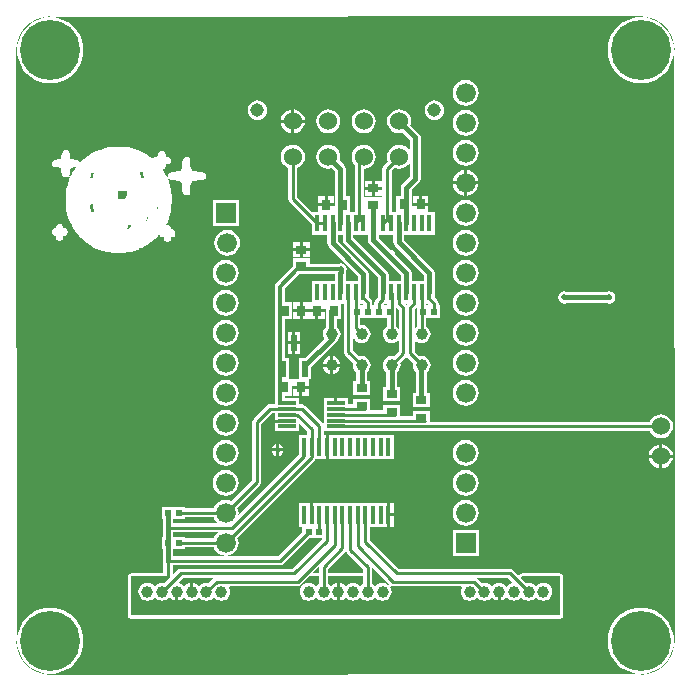
<source format=gtl>
G04*
G04 #@! TF.GenerationSoftware,Altium Limited,CircuitStudio,1.5.2 (30)*
G04*
G04 Layer_Physical_Order=1*
G04 Layer_Color=11767835*
%FSLAX25Y25*%
%MOIN*%
G70*
G01*
G75*
%ADD10R,0.02165X0.02165*%
%ADD11R,0.03150X0.03543*%
%ADD12R,0.03543X0.02756*%
%ADD13R,0.03543X0.03150*%
%ADD14R,0.02200X0.05200*%
%ADD15R,0.02000X0.05200*%
%ADD16R,0.01400X0.05800*%
%ADD17R,0.05900X0.01200*%
%ADD18R,0.01614X0.06181*%
%ADD19C,0.01200*%
%ADD20C,0.01500*%
%ADD21C,0.01000*%
%ADD22C,0.06000*%
%ADD23C,0.20000*%
%ADD24C,0.04500*%
%ADD25C,0.03937*%
%ADD26C,0.06600*%
%ADD27R,0.06600X0.06600*%
%ADD28C,0.02000*%
G36*
X1106857Y840596D02*
X1108572Y840185D01*
X1110200Y839510D01*
X1111703Y838589D01*
X1113044Y837444D01*
X1114189Y836104D01*
X1115110Y834600D01*
X1115785Y832972D01*
X1116196Y831258D01*
X1116335Y829500D01*
X1116300D01*
X1116335Y632600D01*
X1116196Y630842D01*
X1115785Y629128D01*
X1115110Y627500D01*
X1114189Y625996D01*
X1113044Y624656D01*
X1111703Y623511D01*
X1110200Y622590D01*
X1108572Y621915D01*
X1106857Y621504D01*
X1105100Y621365D01*
Y621400D01*
X908200Y621365D01*
X906443Y621504D01*
X904728Y621915D01*
X903100Y622590D01*
X901597Y623511D01*
X900256Y624656D01*
X899111Y625996D01*
X898190Y627500D01*
X897515Y629128D01*
X897104Y630842D01*
X896965Y632600D01*
X897000D01*
X896965Y829500D01*
X897104Y831258D01*
X897515Y832972D01*
X898190Y834600D01*
X899111Y836104D01*
X900256Y837444D01*
X901597Y838589D01*
X903100Y839510D01*
X904728Y840185D01*
X906443Y840596D01*
X908200Y840735D01*
Y840700D01*
X1105100Y840735D01*
X1106857Y840596D01*
D02*
G37*
%LPC*%
G36*
X999719Y742150D02*
X997644D01*
Y739878D01*
X999719D01*
Y742150D01*
D02*
G37*
G36*
X996644D02*
X994569D01*
Y739878D01*
X996644D01*
Y742150D01*
D02*
G37*
G36*
X966700Y749587D02*
X965578Y749439D01*
X964532Y749006D01*
X963633Y748317D01*
X962944Y747418D01*
X962511Y746373D01*
X962363Y745250D01*
X962511Y744128D01*
X962944Y743081D01*
X963633Y742183D01*
X964532Y741494D01*
X965578Y741061D01*
X966700Y740913D01*
X967822Y741061D01*
X968869Y741494D01*
X969767Y742183D01*
X970456Y743081D01*
X970889Y744128D01*
X971037Y745250D01*
X970889Y746373D01*
X970456Y747418D01*
X969767Y748317D01*
X968869Y749006D01*
X967822Y749439D01*
X966700Y749587D01*
D02*
G37*
G36*
X991356Y745422D02*
X989281D01*
Y743150D01*
X991356D01*
Y745422D01*
D02*
G37*
G36*
X1046700Y749587D02*
X1045578Y749439D01*
X1044532Y749006D01*
X1043633Y748317D01*
X1042944Y747418D01*
X1042511Y746373D01*
X1042363Y745250D01*
X1042511Y744128D01*
X1042944Y743081D01*
X1043633Y742183D01*
X1044532Y741494D01*
X1045578Y741061D01*
X1046700Y740913D01*
X1047822Y741061D01*
X1048868Y741494D01*
X1049767Y742183D01*
X1050456Y743081D01*
X1050889Y744128D01*
X1051037Y745250D01*
X1050889Y746373D01*
X1050456Y747418D01*
X1049767Y748317D01*
X1048868Y749006D01*
X1047822Y749439D01*
X1046700Y749587D01*
D02*
G37*
G36*
X1111250Y693600D02*
X1107781D01*
X1107853Y693056D01*
X1108256Y692083D01*
X1108897Y691247D01*
X1109733Y690606D01*
X1110706Y690203D01*
X1111250Y690131D01*
Y693600D01*
D02*
G37*
G36*
X1115719D02*
X1112250D01*
Y690131D01*
X1112794Y690203D01*
X1113767Y690606D01*
X1114603Y691247D01*
X1115244Y692083D01*
X1115647Y693056D01*
X1115719Y693600D01*
D02*
G37*
G36*
X1046700Y689587D02*
X1045578Y689439D01*
X1044532Y689006D01*
X1043633Y688317D01*
X1042944Y687419D01*
X1042511Y686373D01*
X1042363Y685250D01*
X1042511Y684128D01*
X1042944Y683081D01*
X1043633Y682183D01*
X1044532Y681494D01*
X1045578Y681061D01*
X1046700Y680913D01*
X1047822Y681061D01*
X1048868Y681494D01*
X1049767Y682183D01*
X1050456Y683081D01*
X1050889Y684128D01*
X1051037Y685250D01*
X1050889Y686373D01*
X1050456Y687419D01*
X1049767Y688317D01*
X1048868Y689006D01*
X1047822Y689439D01*
X1046700Y689587D01*
D02*
G37*
G36*
X994431Y742150D02*
X992356D01*
Y739878D01*
X994431D01*
Y742150D01*
D02*
G37*
G36*
X991356D02*
X989281D01*
Y739878D01*
X991356D01*
Y742150D01*
D02*
G37*
G36*
X994431Y745422D02*
X992356D01*
Y743150D01*
X994431D01*
Y745422D01*
D02*
G37*
G36*
X1022772Y674051D02*
X1021465D01*
Y670460D01*
X1022772D01*
Y674051D01*
D02*
G37*
G36*
X1046700Y759587D02*
X1045578Y759439D01*
X1044532Y759006D01*
X1043633Y758317D01*
X1042944Y757418D01*
X1042511Y756372D01*
X1042363Y755250D01*
X1042511Y754128D01*
X1042944Y753081D01*
X1043633Y752183D01*
X1044532Y751494D01*
X1045578Y751061D01*
X1046700Y750913D01*
X1047822Y751061D01*
X1048868Y751494D01*
X1049767Y752183D01*
X1050456Y753081D01*
X1050889Y754128D01*
X1051037Y755250D01*
X1050889Y756372D01*
X1050456Y757418D01*
X1049767Y758317D01*
X1048868Y759006D01*
X1047822Y759439D01*
X1046700Y759587D01*
D02*
G37*
G36*
X991400Y762518D02*
X989128D01*
Y760443D01*
X991400D01*
Y762518D01*
D02*
G37*
G36*
X967200Y769587D02*
X966078Y769439D01*
X965032Y769006D01*
X964133Y768317D01*
X963444Y767418D01*
X963011Y766372D01*
X962863Y765250D01*
X963011Y764127D01*
X963444Y763081D01*
X964133Y762183D01*
X965032Y761494D01*
X966078Y761061D01*
X967200Y760913D01*
X968322Y761061D01*
X969368Y761494D01*
X970267Y762183D01*
X970956Y763081D01*
X971389Y764127D01*
X971537Y765250D01*
X971389Y766372D01*
X970956Y767418D01*
X970267Y768317D01*
X969368Y769006D01*
X968322Y769439D01*
X967200Y769587D01*
D02*
G37*
G36*
X994672Y762518D02*
X992400D01*
Y760443D01*
X994672D01*
Y762518D01*
D02*
G37*
G36*
X1022772Y678641D02*
X1021465D01*
Y675051D01*
X1022772D01*
Y678641D01*
D02*
G37*
G36*
X966700Y689587D02*
X965578Y689439D01*
X964532Y689006D01*
X963633Y688317D01*
X962944Y687419D01*
X962511Y686373D01*
X962363Y685250D01*
X962511Y684128D01*
X962944Y683081D01*
X963633Y682183D01*
X964532Y681494D01*
X965578Y681061D01*
X966700Y680913D01*
X967822Y681061D01*
X968869Y681494D01*
X969767Y682183D01*
X970456Y683081D01*
X970889Y684128D01*
X971037Y685250D01*
X970889Y686373D01*
X970456Y687419D01*
X969767Y688317D01*
X968869Y689006D01*
X967822Y689439D01*
X966700Y689587D01*
D02*
G37*
G36*
X1046700Y679587D02*
X1045578Y679439D01*
X1044532Y679006D01*
X1043633Y678317D01*
X1042944Y677419D01*
X1042511Y676372D01*
X1042363Y675250D01*
X1042511Y674127D01*
X1042944Y673081D01*
X1043633Y672183D01*
X1044532Y671494D01*
X1045578Y671061D01*
X1046700Y670913D01*
X1047822Y671061D01*
X1048868Y671494D01*
X1049767Y672183D01*
X1050456Y673081D01*
X1050889Y674127D01*
X1051037Y675250D01*
X1050889Y676372D01*
X1050456Y677419D01*
X1049767Y678317D01*
X1048868Y679006D01*
X1047822Y679439D01*
X1046700Y679587D01*
D02*
G37*
G36*
X966700Y759587D02*
X965578Y759439D01*
X964532Y759006D01*
X963633Y758317D01*
X962944Y757418D01*
X962511Y756372D01*
X962363Y755250D01*
X962511Y754128D01*
X962944Y753081D01*
X963633Y752183D01*
X964532Y751494D01*
X965578Y751061D01*
X966700Y750913D01*
X967822Y751061D01*
X968869Y751494D01*
X969767Y752183D01*
X970456Y753081D01*
X970889Y754128D01*
X971037Y755250D01*
X970889Y756372D01*
X970456Y757418D01*
X969767Y758317D01*
X968869Y759006D01*
X967822Y759439D01*
X966700Y759587D01*
D02*
G37*
G36*
X1094598Y749091D02*
X1093818Y748936D01*
X1093666Y748834D01*
X1080529D01*
X1080380Y748934D01*
X1079600Y749089D01*
X1078820Y748934D01*
X1078158Y748492D01*
X1077716Y747830D01*
X1077561Y747050D01*
X1077716Y746270D01*
X1078158Y745608D01*
X1078820Y745166D01*
X1079600Y745011D01*
X1080380Y745166D01*
X1080529Y745266D01*
X1093672D01*
X1093818Y745168D01*
X1094598Y745013D01*
X1095378Y745168D01*
X1096040Y745610D01*
X1096482Y746272D01*
X1096637Y747052D01*
X1096482Y747832D01*
X1096040Y748494D01*
X1095378Y748936D01*
X1094598Y749091D01*
D02*
G37*
G36*
X991400Y735550D02*
X989900D01*
Y732450D01*
X991400D01*
Y735550D01*
D02*
G37*
G36*
X966700Y719587D02*
X965578Y719439D01*
X964532Y719006D01*
X963633Y718317D01*
X962944Y717418D01*
X962511Y716372D01*
X962363Y715250D01*
X962511Y714127D01*
X962944Y713081D01*
X963633Y712183D01*
X964532Y711494D01*
X965578Y711061D01*
X966700Y710913D01*
X967822Y711061D01*
X968869Y711494D01*
X969767Y712183D01*
X970456Y713081D01*
X970889Y714127D01*
X971037Y715250D01*
X970889Y716372D01*
X970456Y717418D01*
X969767Y718317D01*
X968869Y719006D01*
X967822Y719439D01*
X966700Y719587D01*
D02*
G37*
G36*
Y709587D02*
X965578Y709439D01*
X964532Y709006D01*
X963633Y708317D01*
X962944Y707418D01*
X962511Y706372D01*
X962363Y705250D01*
X962511Y704128D01*
X962944Y703081D01*
X963633Y702183D01*
X964532Y701494D01*
X965578Y701061D01*
X966700Y700913D01*
X967822Y701061D01*
X968869Y701494D01*
X969767Y702183D01*
X970456Y703081D01*
X970889Y704128D01*
X971037Y705250D01*
X970889Y706372D01*
X970456Y707418D01*
X969767Y708317D01*
X968869Y709006D01*
X967822Y709439D01*
X966700Y709587D01*
D02*
G37*
G36*
X1046700Y719587D02*
X1045578Y719439D01*
X1044532Y719006D01*
X1043633Y718317D01*
X1042944Y717418D01*
X1042511Y716372D01*
X1042363Y715250D01*
X1042511Y714127D01*
X1042944Y713081D01*
X1043633Y712183D01*
X1044532Y711494D01*
X1045578Y711061D01*
X1046700Y710913D01*
X1047822Y711061D01*
X1048868Y711494D01*
X1049767Y712183D01*
X1050456Y713081D01*
X1050889Y714127D01*
X1051037Y715250D01*
X1050889Y716372D01*
X1050456Y717418D01*
X1049767Y718317D01*
X1048868Y719006D01*
X1047822Y719439D01*
X1046700Y719587D01*
D02*
G37*
G36*
X994331Y716634D02*
X992256D01*
Y714362D01*
X994331D01*
Y716634D01*
D02*
G37*
G36*
X991256D02*
X989181D01*
Y714362D01*
X991256D01*
Y716634D01*
D02*
G37*
G36*
X1111250Y698069D02*
X1110706Y697997D01*
X1109733Y697594D01*
X1108897Y696953D01*
X1108256Y696117D01*
X1107853Y695144D01*
X1107781Y694600D01*
X1111250D01*
Y698069D01*
D02*
G37*
G36*
X1022772Y701240D02*
X1000993D01*
Y697149D01*
Y693059D01*
X1022772D01*
Y701240D01*
D02*
G37*
G36*
X1112250Y698069D02*
Y694600D01*
X1115719D01*
X1115647Y695144D01*
X1115244Y696117D01*
X1114603Y696953D01*
X1113767Y697594D01*
X1112794Y697997D01*
X1112250Y698069D01*
D02*
G37*
G36*
X966700Y699587D02*
X965578Y699439D01*
X964532Y699006D01*
X963633Y698317D01*
X962944Y697418D01*
X962511Y696373D01*
X962363Y695250D01*
X962511Y694128D01*
X962944Y693081D01*
X963633Y692183D01*
X964532Y691494D01*
X965578Y691061D01*
X966700Y690913D01*
X967822Y691061D01*
X968869Y691494D01*
X969767Y692183D01*
X970456Y693081D01*
X970889Y694128D01*
X971037Y695250D01*
X970889Y696373D01*
X970456Y697418D01*
X969767Y698317D01*
X968869Y699006D01*
X967822Y699439D01*
X966700Y699587D01*
D02*
G37*
G36*
X1046700D02*
X1045578Y699439D01*
X1044532Y699006D01*
X1043633Y698317D01*
X1042944Y697418D01*
X1042511Y696373D01*
X1042363Y695250D01*
X1042511Y694128D01*
X1042944Y693081D01*
X1043633Y692183D01*
X1044532Y691494D01*
X1045578Y691061D01*
X1046700Y690913D01*
X1047822Y691061D01*
X1048868Y691494D01*
X1049767Y692183D01*
X1050456Y693081D01*
X1050889Y694128D01*
X1051037Y695250D01*
X1050889Y696373D01*
X1050456Y697418D01*
X1049767Y698317D01*
X1048868Y699006D01*
X1047822Y699439D01*
X1046700Y699587D01*
D02*
G37*
G36*
X966700Y729587D02*
X965578Y729439D01*
X964532Y729006D01*
X963633Y728317D01*
X962944Y727419D01*
X962511Y726372D01*
X962363Y725250D01*
X962511Y724127D01*
X962944Y723081D01*
X963633Y722183D01*
X964532Y721494D01*
X965578Y721061D01*
X966700Y720913D01*
X967822Y721061D01*
X968869Y721494D01*
X969767Y722183D01*
X970456Y723081D01*
X970889Y724127D01*
X971037Y725250D01*
X970889Y726372D01*
X970456Y727419D01*
X969767Y728317D01*
X968869Y729006D01*
X967822Y729439D01*
X966700Y729587D01*
D02*
G37*
G36*
X991400Y731450D02*
X989900D01*
Y728350D01*
X991400D01*
Y731450D01*
D02*
G37*
G36*
X988900D02*
X987400D01*
Y728350D01*
X988900D01*
Y731450D01*
D02*
G37*
G36*
X966700Y739587D02*
X965578Y739439D01*
X964532Y739006D01*
X963633Y738317D01*
X962944Y737419D01*
X962511Y736373D01*
X962363Y735250D01*
X962511Y734128D01*
X962944Y733081D01*
X963633Y732183D01*
X964532Y731494D01*
X965578Y731061D01*
X966700Y730913D01*
X967822Y731061D01*
X968869Y731494D01*
X969767Y732183D01*
X970456Y733081D01*
X970889Y734128D01*
X971037Y735250D01*
X970889Y736373D01*
X970456Y737419D01*
X969767Y738317D01*
X968869Y739006D01*
X967822Y739439D01*
X966700Y739587D01*
D02*
G37*
G36*
X988900Y735550D02*
X987400D01*
Y732450D01*
X988900D01*
Y735550D01*
D02*
G37*
G36*
X1046700Y739587D02*
X1045578Y739439D01*
X1044532Y739006D01*
X1043633Y738317D01*
X1042944Y737419D01*
X1042511Y736373D01*
X1042363Y735250D01*
X1042511Y734128D01*
X1042944Y733081D01*
X1043633Y732183D01*
X1044532Y731494D01*
X1045578Y731061D01*
X1046700Y730913D01*
X1047822Y731061D01*
X1048868Y731494D01*
X1049767Y732183D01*
X1050456Y733081D01*
X1050889Y734128D01*
X1051037Y735250D01*
X1050889Y736373D01*
X1050456Y737419D01*
X1049767Y738317D01*
X1048868Y739006D01*
X1047822Y739439D01*
X1046700Y739587D01*
D02*
G37*
G36*
X1001516Y724000D02*
X999088D01*
X999124Y723725D01*
X999424Y723003D01*
X999899Y722383D01*
X1000519Y721907D01*
X1001241Y721608D01*
X1001516Y721572D01*
Y724000D01*
D02*
G37*
G36*
X1046700Y729587D02*
X1045578Y729439D01*
X1044532Y729006D01*
X1043633Y728317D01*
X1042944Y727419D01*
X1042511Y726372D01*
X1042363Y725250D01*
X1042511Y724127D01*
X1042944Y723081D01*
X1043633Y722183D01*
X1044532Y721494D01*
X1045578Y721061D01*
X1046700Y720913D01*
X1047822Y721061D01*
X1048868Y721494D01*
X1049767Y722183D01*
X1050456Y723081D01*
X1050889Y724127D01*
X1051037Y725250D01*
X1050889Y726372D01*
X1050456Y727419D01*
X1049767Y728317D01*
X1048868Y729006D01*
X1047822Y729439D01*
X1046700Y729587D01*
D02*
G37*
G36*
X1004945Y724000D02*
X1002516D01*
Y721572D01*
X1002791Y721608D01*
X1003514Y721907D01*
X1004134Y722383D01*
X1004609Y723003D01*
X1004908Y723725D01*
X1004945Y724000D01*
D02*
G37*
G36*
X1002516Y727428D02*
Y725000D01*
X1004945D01*
X1004908Y725275D01*
X1004609Y725997D01*
X1004134Y726617D01*
X1003514Y727093D01*
X1002791Y727392D01*
X1002516Y727428D01*
D02*
G37*
G36*
X1001516D02*
X1001241Y727392D01*
X1000519Y727093D01*
X999899Y726617D01*
X999424Y725997D01*
X999124Y725275D01*
X999088Y725000D01*
X1001516D01*
Y727428D01*
D02*
G37*
G36*
X1046700Y769587D02*
X1045578Y769439D01*
X1044532Y769006D01*
X1043633Y768317D01*
X1042944Y767418D01*
X1042511Y766372D01*
X1042363Y765250D01*
X1042511Y764127D01*
X1042944Y763081D01*
X1043633Y762183D01*
X1044532Y761494D01*
X1045578Y761061D01*
X1046700Y760913D01*
X1047822Y761061D01*
X1048868Y761494D01*
X1049767Y762183D01*
X1050456Y763081D01*
X1050889Y764127D01*
X1051037Y765250D01*
X1050889Y766372D01*
X1050456Y767418D01*
X1049767Y768317D01*
X1048868Y769006D01*
X1047822Y769439D01*
X1046700Y769587D01*
D02*
G37*
G36*
X933978Y797353D02*
X927778D01*
X927388Y797275D01*
X927057Y797054D01*
X927026Y797008D01*
X926400D01*
X926010Y796931D01*
X925679Y796709D01*
X925639Y796649D01*
X925321Y796586D01*
X924990Y796365D01*
X924960Y796319D01*
X924678D01*
X924288Y796242D01*
X923957Y796021D01*
X923926Y795975D01*
X923645D01*
X923254Y795897D01*
X922924Y795676D01*
X922883Y795616D01*
X922565Y795553D01*
X922235Y795332D01*
X922194Y795271D01*
X921877Y795208D01*
X921546Y794987D01*
X921408Y794781D01*
X921247Y794673D01*
X921201Y794643D01*
X921063Y794436D01*
X920857Y794298D01*
X920817Y794238D01*
X920499Y794175D01*
X920168Y793954D01*
X920030Y793748D01*
X919824Y793610D01*
X919686Y793403D01*
X919479Y793265D01*
X919439Y793205D01*
X919121Y793142D01*
X918790Y792921D01*
X918652Y792714D01*
X918446Y792576D01*
X918308Y792370D01*
X918101Y792232D01*
X918058Y792167D01*
X918042Y792245D01*
X917821Y792576D01*
X917490Y792797D01*
X917100Y792875D01*
X916474D01*
X916443Y792921D01*
X916113Y793142D01*
X915722Y793219D01*
X915096D01*
X915066Y793265D01*
X915005Y793305D01*
X914942Y793623D01*
X914721Y793954D01*
X914675Y793985D01*
Y794266D01*
Y794611D01*
Y794955D01*
Y795300D01*
X914598Y795690D01*
X914377Y796021D01*
X914046Y796242D01*
X913656Y796319D01*
X913311D01*
X912921Y796242D01*
X912590Y796021D01*
X912369Y795690D01*
X912306Y795372D01*
X912246Y795332D01*
X912025Y795001D01*
X911947Y794611D01*
Y794266D01*
Y793922D01*
Y793577D01*
Y793296D01*
X911902Y793265D01*
X911871Y793219D01*
X910900D01*
X910510Y793142D01*
X910179Y792921D01*
X910149Y792875D01*
X909867D01*
X909477Y792797D01*
X909146Y792576D01*
X908925Y792245D01*
X908847Y791855D01*
Y791511D01*
X908925Y791121D01*
X909146Y790790D01*
X909477Y790569D01*
X909867Y790491D01*
X911182D01*
X911213Y790445D01*
X911543Y790224D01*
X911861Y790161D01*
X911902Y790101D01*
X911947Y790070D01*
Y789789D01*
Y789444D01*
Y789100D01*
Y788755D01*
X912025Y788365D01*
X912246Y788034D01*
X912306Y787994D01*
X912369Y787676D01*
X912590Y787346D01*
X912921Y787124D01*
X913311Y787047D01*
X913656D01*
X914046Y787124D01*
X914377Y787346D01*
X914598Y787676D01*
X914675Y788066D01*
Y788411D01*
Y788755D01*
Y789100D01*
Y789382D01*
X914721Y789412D01*
X914942Y789743D01*
X914951Y789789D01*
X915005Y790061D01*
X915066Y790101D01*
X915106Y790161D01*
X915424Y790224D01*
X915755Y790445D01*
X915785Y790491D01*
X916711D01*
X916503Y790179D01*
X916459Y789959D01*
X916439Y789861D01*
X916379Y789821D01*
X916241Y789614D01*
X916035Y789476D01*
X915897Y789270D01*
X915690Y789132D01*
X915469Y788801D01*
X915392Y788411D01*
Y788129D01*
X915346Y788098D01*
X915324Y788066D01*
X915208Y787892D01*
X915037Y787778D01*
X915001Y787754D01*
X914781Y787423D01*
X914717Y787105D01*
X914657Y787065D01*
X914436Y786734D01*
X914358Y786344D01*
Y786062D01*
X914313Y786032D01*
X914092Y785701D01*
X914014Y785311D01*
Y784967D01*
Y784622D01*
Y784340D01*
X913968Y784310D01*
X913747Y783979D01*
X913684Y783661D01*
X913624Y783621D01*
X913403Y783290D01*
X913325Y782900D01*
Y782555D01*
Y782211D01*
Y781867D01*
Y781522D01*
Y781178D01*
Y780833D01*
Y780489D01*
Y780144D01*
X913359Y779972D01*
X913325Y779800D01*
Y779456D01*
Y779111D01*
Y778767D01*
Y778422D01*
Y778078D01*
Y777733D01*
Y777389D01*
Y777044D01*
Y776700D01*
Y776356D01*
X913403Y775965D01*
X913624Y775635D01*
X913670Y775604D01*
Y775322D01*
Y774978D01*
X913747Y774588D01*
X913968Y774257D01*
X914014Y774226D01*
Y773945D01*
X914092Y773554D01*
X914313Y773224D01*
X914373Y773183D01*
X914436Y772865D01*
X914657Y772535D01*
X914717Y772495D01*
X914781Y772177D01*
X915001Y771846D01*
X915332Y771625D01*
X915392Y771613D01*
Y771533D01*
Y771189D01*
X915469Y770799D01*
X915690Y770468D01*
X915751Y770428D01*
X915814Y770110D01*
X916035Y769779D01*
X916241Y769641D01*
X916379Y769435D01*
X916439Y769394D01*
X916503Y769077D01*
X916724Y768746D01*
X916930Y768608D01*
X917068Y768401D01*
X917399Y768180D01*
X917513Y768158D01*
X917536Y768043D01*
X917757Y767713D01*
X917964Y767575D01*
X918101Y767368D01*
X918308Y767230D01*
X918446Y767024D01*
X918652Y766886D01*
X918790Y766679D01*
X918997Y766541D01*
X919135Y766335D01*
X919341Y766197D01*
X919479Y765990D01*
X919686Y765852D01*
X919824Y765646D01*
X920154Y765425D01*
X920472Y765362D01*
X920512Y765302D01*
X920719Y765164D01*
X920817Y765017D01*
X920857Y764957D01*
X921188Y764736D01*
X921506Y764673D01*
X921546Y764613D01*
X921752Y764475D01*
X921860Y764314D01*
X921890Y764268D01*
X922221Y764047D01*
X922539Y763984D01*
X922579Y763924D01*
X922910Y763703D01*
X923228Y763639D01*
X923268Y763579D01*
X923599Y763358D01*
X923989Y763281D01*
X924271D01*
X924301Y763235D01*
X924632Y763014D01*
X924950Y762951D01*
X924990Y762890D01*
X925321Y762669D01*
X925711Y762592D01*
X926337D01*
X926368Y762546D01*
X926699Y762325D01*
X927089Y762247D01*
X928404D01*
X928434Y762202D01*
X928765Y761981D01*
X929156Y761903D01*
X932600D01*
X932990Y761981D01*
X933321Y762202D01*
X933351Y762247D01*
X935011D01*
X935401Y762325D01*
X935732Y762546D01*
X935763Y762592D01*
X936044D01*
X936434Y762669D01*
X936765Y762890D01*
X936796Y762936D01*
X937078D01*
X937468Y763014D01*
X937799Y763235D01*
X937936Y763441D01*
X938143Y763579D01*
X938174Y763625D01*
X938455D01*
X938846Y763703D01*
X939176Y763924D01*
X939217Y763984D01*
X939534Y764047D01*
X939865Y764268D01*
X939905Y764328D01*
X940223Y764392D01*
X940554Y764613D01*
X940692Y764819D01*
X940898Y764957D01*
X941036Y765164D01*
X941243Y765302D01*
X941283Y765362D01*
X941601Y765425D01*
X941932Y765646D01*
X942070Y765852D01*
X942276Y765990D01*
X942414Y766197D01*
X942621Y766335D01*
X942661Y766395D01*
X942979Y766458D01*
X943309Y766679D01*
X943384Y766791D01*
X943447Y766886D01*
X943654Y767024D01*
X943792Y767230D01*
X943998Y767368D01*
X944219Y767699D01*
X944283Y768017D01*
X944343Y768057D01*
X944425Y768180D01*
X944481Y768263D01*
X944669Y768389D01*
Y768089D01*
X944746Y767699D01*
X944967Y767368D01*
X945298Y767147D01*
X945689Y767069D01*
X946047D01*
Y767056D01*
Y766711D01*
X946124Y766321D01*
X946345Y765990D01*
X946676Y765769D01*
X947066Y765692D01*
X947411D01*
X947801Y765769D01*
X948132Y765990D01*
X948353Y766321D01*
X948430Y766711D01*
Y767056D01*
Y767069D01*
X948788D01*
X949179Y767147D01*
X949509Y767368D01*
X949730Y767699D01*
X949808Y768089D01*
Y768434D01*
Y768778D01*
X949730Y769168D01*
X949509Y769499D01*
X949179Y769720D01*
X948788Y769798D01*
X948507D01*
X948476Y769843D01*
X948430Y769874D01*
Y770156D01*
X948353Y770546D01*
X948132Y770877D01*
X947801Y771098D01*
X947411Y771175D01*
X947066D01*
X946676Y771098D01*
X946539Y771006D01*
X946630Y771143D01*
X946708Y771533D01*
Y771613D01*
X946768Y771625D01*
X947098Y771846D01*
X947319Y772177D01*
X947397Y772567D01*
Y772849D01*
X947443Y772879D01*
X947664Y773210D01*
X947741Y773600D01*
Y773945D01*
Y774226D01*
X947787Y774257D01*
X948008Y774588D01*
X948086Y774978D01*
Y775260D01*
X948132Y775290D01*
X948353Y775621D01*
X948430Y776011D01*
Y776356D01*
Y776700D01*
Y777044D01*
Y777389D01*
Y777733D01*
Y778015D01*
X948476Y778046D01*
X948697Y778376D01*
X948775Y778767D01*
Y779111D01*
Y779456D01*
X948706Y779800D01*
X948775Y780144D01*
Y780489D01*
Y780833D01*
Y781178D01*
X948697Y781568D01*
X948476Y781899D01*
X948430Y781929D01*
Y782211D01*
Y782555D01*
Y782900D01*
Y783244D01*
X948353Y783635D01*
X948132Y783965D01*
X948071Y784005D01*
X948051Y784105D01*
X948086Y784278D01*
Y784622D01*
X948008Y785012D01*
X947787Y785343D01*
X947741Y785374D01*
Y785655D01*
X947664Y786046D01*
X947443Y786376D01*
X947397Y786407D01*
Y786689D01*
X947319Y787079D01*
X947098Y787410D01*
X946892Y787548D01*
X946754Y787754D01*
X946547Y787892D01*
X946409Y788098D01*
X946364Y788129D01*
Y788411D01*
X946286Y788801D01*
X946065Y789132D01*
X946005Y789172D01*
X945942Y789490D01*
X945728Y789810D01*
X946079Y789880D01*
X946409Y790101D01*
X946630Y790432D01*
X946708Y790822D01*
Y791166D01*
Y791448D01*
X946754Y791479D01*
X946784Y791525D01*
X947411D01*
X947801Y791602D01*
X948132Y791823D01*
X948353Y792154D01*
X948430Y792544D01*
Y792889D01*
X948353Y793279D01*
X948132Y793610D01*
X947801Y793830D01*
X947411Y793908D01*
X947129D01*
X947098Y793954D01*
X946768Y794175D01*
X946708Y794187D01*
Y794266D01*
Y794611D01*
Y794955D01*
X946630Y795345D01*
X946409Y795676D01*
X946079Y795897D01*
X945689Y795975D01*
X945344D01*
X944954Y795897D01*
X944623Y795676D01*
X944485Y795470D01*
X944279Y795332D01*
X944058Y795001D01*
X943980Y794611D01*
Y794266D01*
Y794187D01*
X943921Y794175D01*
X943590Y793954D01*
X943559Y793908D01*
X943277D01*
X942887Y793830D01*
X942556Y793610D01*
X942417Y793401D01*
X942414Y793403D01*
X942276Y793610D01*
X941945Y793830D01*
X941628Y793894D01*
X941587Y793954D01*
X941257Y794175D01*
X940939Y794238D01*
X940898Y794298D01*
X940692Y794436D01*
X940554Y794643D01*
X940347Y794781D01*
X940210Y794987D01*
X939879Y795208D01*
X939561Y795271D01*
X939521Y795332D01*
X939190Y795553D01*
X938872Y795616D01*
X938832Y795676D01*
X938501Y795897D01*
X938183Y795960D01*
X938143Y796021D01*
X937812Y796242D01*
X937422Y796319D01*
X937140D01*
X937110Y796365D01*
X936779Y796586D01*
X936389Y796664D01*
X936107D01*
X936076Y796709D01*
X935746Y796931D01*
X935355Y797008D01*
X934729D01*
X934699Y797054D01*
X934368Y797275D01*
X933978Y797353D01*
D02*
G37*
G36*
X1046700Y799587D02*
X1045578Y799439D01*
X1044532Y799006D01*
X1043633Y798317D01*
X1042944Y797418D01*
X1042511Y796373D01*
X1042363Y795250D01*
X1042511Y794128D01*
X1042944Y793081D01*
X1043633Y792183D01*
X1044532Y791494D01*
X1045578Y791061D01*
X1046700Y790913D01*
X1047822Y791061D01*
X1048868Y791494D01*
X1049767Y792183D01*
X1050456Y793081D01*
X1050889Y794128D01*
X1051037Y795250D01*
X1050889Y796373D01*
X1050456Y797418D01*
X1049767Y798317D01*
X1048868Y799006D01*
X1047822Y799439D01*
X1046700Y799587D01*
D02*
G37*
G36*
X908200Y643634D02*
X906474Y643498D01*
X904790Y643094D01*
X903191Y642431D01*
X901714Y641527D01*
X900398Y640402D01*
X899273Y639086D01*
X898369Y637609D01*
X897706Y636010D01*
X897302Y634326D01*
X897166Y632600D01*
X897302Y630874D01*
X897706Y629190D01*
X898369Y627591D01*
X899273Y626114D01*
X900398Y624798D01*
X901714Y623673D01*
X903191Y622769D01*
X904790Y622106D01*
X906474Y621702D01*
X908200Y621566D01*
X909926Y621702D01*
X911610Y622106D01*
X913209Y622769D01*
X914686Y623673D01*
X916002Y624798D01*
X917127Y626114D01*
X918031Y627591D01*
X918694Y629190D01*
X919098Y630874D01*
X919234Y632600D01*
X919098Y634326D01*
X918694Y636010D01*
X918031Y637609D01*
X917127Y639086D01*
X916002Y640402D01*
X914686Y641527D01*
X913209Y642431D01*
X911610Y643094D01*
X909926Y643498D01*
X908200Y643634D01*
D02*
G37*
G36*
X1046700Y809587D02*
X1045578Y809439D01*
X1044532Y809006D01*
X1043633Y808317D01*
X1042944Y807419D01*
X1042511Y806373D01*
X1042363Y805250D01*
X1042511Y804128D01*
X1042944Y803081D01*
X1043633Y802183D01*
X1044532Y801494D01*
X1045578Y801061D01*
X1046700Y800913D01*
X1047822Y801061D01*
X1048868Y801494D01*
X1049767Y802183D01*
X1050456Y803081D01*
X1050889Y804128D01*
X1051037Y805250D01*
X1050889Y806373D01*
X1050456Y807419D01*
X1049767Y808317D01*
X1048868Y809006D01*
X1047822Y809439D01*
X1046700Y809587D01*
D02*
G37*
G36*
X1024500Y809834D02*
X1023456Y809697D01*
X1022483Y809294D01*
X1021647Y808653D01*
X1021006Y807817D01*
X1020603Y806844D01*
X1020465Y805800D01*
X1020603Y804756D01*
X1021006Y803783D01*
X1021647Y802947D01*
X1022483Y802306D01*
X1023456Y801903D01*
X1024500Y801766D01*
X1025544Y801903D01*
X1025777Y801999D01*
X1028116Y799661D01*
Y795723D01*
X1027994Y796017D01*
X1027353Y796853D01*
X1026517Y797494D01*
X1025544Y797897D01*
X1024500Y798034D01*
X1023456Y797897D01*
X1022483Y797494D01*
X1021647Y796853D01*
X1021006Y796017D01*
X1020603Y795044D01*
X1020465Y794000D01*
X1020603Y792956D01*
X1020805Y792468D01*
X1019419Y791081D01*
X1019087Y790585D01*
X1018971Y790000D01*
Y775700D01*
X1018688D01*
Y780519D01*
X1013145D01*
Y775700D01*
X1012829D01*
Y789983D01*
X1013744Y790103D01*
X1014717Y790506D01*
X1015553Y791147D01*
X1016194Y791983D01*
X1016597Y792956D01*
X1016735Y794000D01*
X1016597Y795044D01*
X1016194Y796017D01*
X1015553Y796853D01*
X1014717Y797494D01*
X1013744Y797897D01*
X1012700Y798034D01*
X1011656Y797897D01*
X1010683Y797494D01*
X1009847Y796853D01*
X1009206Y796017D01*
X1008803Y795044D01*
X1008665Y794000D01*
X1008803Y792956D01*
X1009206Y791983D01*
X1009771Y791247D01*
Y775700D01*
X1008247D01*
Y780772D01*
X1006701D01*
Y789984D01*
X1006701Y789984D01*
X1006565Y790666D01*
X1006178Y791245D01*
X1004700Y792723D01*
X1004797Y792956D01*
X1004935Y794000D01*
X1004797Y795044D01*
X1004394Y796017D01*
X1003753Y796853D01*
X1002917Y797494D01*
X1001944Y797897D01*
X1000900Y798034D01*
X999856Y797897D01*
X998883Y797494D01*
X998047Y796853D01*
X997406Y796017D01*
X997003Y795044D01*
X996865Y794000D01*
X997003Y792956D01*
X997406Y791983D01*
X998047Y791147D01*
X998883Y790506D01*
X999856Y790103D01*
X1000900Y789965D01*
X1001944Y790103D01*
X1002177Y790199D01*
X1003132Y789245D01*
Y780772D01*
X1003098D01*
Y775700D01*
X1002735D01*
Y777500D01*
X1000161D01*
X997586D01*
Y775700D01*
X995516D01*
Y775663D01*
X990629Y780550D01*
Y790304D01*
X991117Y790506D01*
X991953Y791147D01*
X992594Y791983D01*
X992997Y792956D01*
X993134Y794000D01*
X992997Y795044D01*
X992594Y796017D01*
X991953Y796853D01*
X991117Y797494D01*
X990144Y797897D01*
X989100Y798034D01*
X988056Y797897D01*
X987083Y797494D01*
X986247Y796853D01*
X985606Y796017D01*
X985203Y795044D01*
X985065Y794000D01*
X985203Y792956D01*
X985606Y791983D01*
X986247Y791147D01*
X987083Y790506D01*
X987571Y790304D01*
Y779916D01*
X987687Y779331D01*
X988019Y778835D01*
X995516Y771337D01*
Y767900D01*
X1000532D01*
Y765300D01*
X1000668Y764617D01*
X1001055Y764038D01*
X1010832Y754261D01*
Y752700D01*
X1006701D01*
Y755013D01*
X1006784Y755434D01*
X1006784Y755434D01*
Y755520D01*
X1006884Y755670D01*
X1007039Y756450D01*
X1006884Y757230D01*
X1006442Y757892D01*
X1005780Y758334D01*
X1005000Y758489D01*
X1004220Y758334D01*
X1003842Y758081D01*
X994672D01*
Y760081D01*
X989128D01*
Y757385D01*
X983547Y751803D01*
X983193Y751274D01*
X983069Y750650D01*
Y711934D01*
X983142Y711563D01*
X981584D01*
X980998Y711447D01*
X980502Y711115D01*
X976019Y706631D01*
X975687Y706135D01*
X975571Y705550D01*
Y686283D01*
X968462Y679175D01*
X967822Y679439D01*
X966700Y679587D01*
X965578Y679439D01*
X964532Y679006D01*
X963633Y678317D01*
X962944Y677419D01*
X962679Y676779D01*
X953126D01*
Y677333D01*
X945417D01*
Y673167D01*
X945716D01*
Y670150D01*
Y667333D01*
X945417D01*
Y663167D01*
X945716D01*
Y659250D01*
X945852Y658567D01*
X945971Y658389D01*
Y655070D01*
X935100D01*
X934710Y654992D01*
X934379Y654771D01*
X934158Y654440D01*
X934080Y654050D01*
Y641050D01*
X934158Y640660D01*
X934379Y640329D01*
X934710Y640108D01*
X935100Y640030D01*
X1078100D01*
X1078490Y640108D01*
X1078821Y640329D01*
X1079042Y640660D01*
X1079120Y641050D01*
Y654050D01*
X1079042Y654440D01*
X1078821Y654771D01*
X1078490Y654992D01*
X1078100Y655070D01*
X1065401D01*
X1065011Y654992D01*
X1064790Y654844D01*
X1064680Y654771D01*
Y654771D01*
X1064680D01*
X1064459Y654440D01*
X1064459Y654440D01*
X1064429Y654368D01*
X1062566Y656231D01*
X1062070Y656563D01*
X1061485Y656679D01*
X1024333D01*
X1014817Y666196D01*
Y670460D01*
X1020465D01*
Y674551D01*
Y678641D01*
X995874D01*
Y674551D01*
X994874D01*
Y678641D01*
X991008D01*
Y670460D01*
X992307D01*
Y668930D01*
X984157Y660779D01*
X949284D01*
Y663167D01*
X953126D01*
Y663721D01*
X962679D01*
X962944Y663081D01*
X963633Y662183D01*
X964532Y661494D01*
X965578Y661061D01*
X966700Y660913D01*
X967822Y661061D01*
X968869Y661494D01*
X969767Y662183D01*
X970456Y663081D01*
X970889Y664127D01*
X971037Y665250D01*
X970889Y666372D01*
X970625Y667012D01*
X996456Y692843D01*
X996600Y693059D01*
X999993D01*
Y697149D01*
Y701240D01*
X999463D01*
Y702534D01*
X1007350D01*
Y702604D01*
X1108040D01*
X1108256Y702083D01*
X1108897Y701247D01*
X1109733Y700606D01*
X1110706Y700203D01*
X1111750Y700066D01*
X1112794Y700203D01*
X1113767Y700606D01*
X1114603Y701247D01*
X1115244Y702083D01*
X1115647Y703056D01*
X1115784Y704100D01*
X1115647Y705144D01*
X1115244Y706117D01*
X1114603Y706953D01*
X1113767Y707594D01*
X1112794Y707997D01*
X1111750Y708135D01*
X1110706Y707997D01*
X1109733Y707594D01*
X1108897Y706953D01*
X1108256Y706117D01*
X1108068Y705663D01*
X1034672D01*
Y709275D01*
X1029128D01*
Y707563D01*
X1024772D01*
Y711275D01*
X1019228D01*
Y709563D01*
X1014772D01*
Y713275D01*
X1009228D01*
Y711563D01*
X1007350D01*
Y713534D01*
X1003900D01*
Y711934D01*
X1002900D01*
Y713534D01*
X999450D01*
Y710433D01*
X999371Y710034D01*
X999450Y709634D01*
Y708434D01*
Y708433D01*
X999371Y708034D01*
X999450Y707634D01*
Y706434D01*
Y706433D01*
X999371Y706034D01*
X999450Y705634D01*
Y704434D01*
Y704181D01*
X999347Y704702D01*
X999015Y705198D01*
X993181Y711031D01*
X992685Y711363D01*
X992100Y711479D01*
X991150D01*
Y713534D01*
X986375D01*
Y714362D01*
X988819D01*
Y719905D01*
X987800D01*
Y726950D01*
X986331D01*
Y739878D01*
X988919D01*
Y745422D01*
X986331D01*
Y749974D01*
X991176Y754819D01*
X1003132D01*
Y752700D01*
X995516D01*
Y745422D01*
X994569D01*
Y743150D01*
X997144D01*
X999719D01*
Y744900D01*
X1000081D01*
Y739878D01*
X1000172D01*
Y737226D01*
X999899Y737017D01*
X999424Y736397D01*
X999124Y735675D01*
X999022Y734900D01*
X999124Y734125D01*
X999424Y733403D01*
X999513Y733286D01*
X993177Y726950D01*
X991000D01*
Y719905D01*
X989181D01*
Y717633D01*
X991756D01*
X994331D01*
Y719750D01*
X995200D01*
Y723927D01*
X1003278Y732005D01*
X1003467Y732288D01*
X1003514Y732307D01*
X1004134Y732783D01*
X1004609Y733403D01*
X1004908Y734125D01*
X1005011Y734900D01*
X1004908Y735675D01*
X1004609Y736397D01*
X1004134Y737017D01*
X1003740Y737319D01*
Y739878D01*
X1005231D01*
Y744900D01*
X1005987D01*
Y729000D01*
X1006104Y728415D01*
X1006435Y727919D01*
X1009119Y725235D01*
X1009022Y724500D01*
X1009124Y723725D01*
X1009424Y723003D01*
X1009899Y722383D01*
X1010216Y722140D01*
Y719181D01*
X1009228D01*
Y714425D01*
X1014772D01*
Y719181D01*
X1013784D01*
Y722115D01*
X1014134Y722383D01*
X1014609Y723003D01*
X1014909Y723725D01*
X1015011Y724500D01*
X1014909Y725275D01*
X1014609Y725997D01*
X1014134Y726617D01*
X1013513Y727093D01*
X1012791Y727392D01*
X1012016Y727494D01*
X1011282Y727397D01*
X1009046Y729634D01*
Y734722D01*
X1009124Y734125D01*
X1009424Y733403D01*
X1009899Y732783D01*
X1010519Y732307D01*
X1011242Y732008D01*
X1012016Y731906D01*
X1012791Y732008D01*
X1013513Y732307D01*
X1014134Y732783D01*
X1014609Y733403D01*
X1014909Y734125D01*
X1015011Y734900D01*
X1014909Y735675D01*
X1014609Y736397D01*
X1014134Y737017D01*
X1013513Y737493D01*
X1012791Y737792D01*
X1012016Y737894D01*
X1011546Y737832D01*
Y740217D01*
X1020487D01*
Y737468D01*
X1019899Y737017D01*
X1019423Y736397D01*
X1019124Y735675D01*
X1019022Y734900D01*
X1019124Y734125D01*
X1019423Y733403D01*
X1019899Y732783D01*
X1020519Y732307D01*
X1021241Y732008D01*
X1022016Y731906D01*
X1022791Y732008D01*
X1023514Y732307D01*
X1024134Y732783D01*
X1024387Y733113D01*
Y729034D01*
X1022751Y727397D01*
X1022016Y727494D01*
X1021241Y727392D01*
X1020519Y727093D01*
X1019899Y726617D01*
X1019423Y725997D01*
X1019124Y725275D01*
X1019022Y724500D01*
X1019124Y723725D01*
X1019423Y723003D01*
X1019899Y722383D01*
X1020216Y722140D01*
Y717181D01*
X1019228D01*
Y712425D01*
X1024772D01*
Y717181D01*
X1023784D01*
Y722115D01*
X1024134Y722383D01*
X1024609Y723003D01*
X1024909Y723725D01*
X1025011Y724500D01*
X1024914Y725235D01*
X1026998Y727318D01*
X1027016Y727346D01*
X1027035Y727318D01*
X1029119Y725235D01*
X1029022Y724500D01*
X1029124Y723725D01*
X1029424Y723003D01*
X1029899Y722383D01*
X1030116Y722217D01*
Y715181D01*
X1029128D01*
Y710425D01*
X1034672D01*
Y715181D01*
X1033684D01*
Y722038D01*
X1034134Y722383D01*
X1034609Y723003D01*
X1034908Y723725D01*
X1035011Y724500D01*
X1034908Y725275D01*
X1034609Y725997D01*
X1034134Y726617D01*
X1033514Y727093D01*
X1032791Y727392D01*
X1032016Y727494D01*
X1031282Y727397D01*
X1029646Y729034D01*
Y733113D01*
X1029899Y732783D01*
X1030519Y732307D01*
X1031242Y732008D01*
X1032016Y731906D01*
X1032791Y732008D01*
X1033514Y732307D01*
X1034134Y732783D01*
X1034609Y733403D01*
X1034908Y734125D01*
X1035011Y734900D01*
X1034908Y735675D01*
X1034609Y736397D01*
X1034134Y737017D01*
X1033546Y737468D01*
Y740217D01*
X1038199D01*
Y744383D01*
X1037646D01*
Y745200D01*
X1037549Y745688D01*
X1037529Y745785D01*
X1037198Y746281D01*
X1036316Y747163D01*
Y748376D01*
X1036401Y748800D01*
Y755200D01*
X1036401Y755200D01*
X1036265Y755883D01*
X1035878Y756462D01*
X1026101Y766239D01*
Y767900D01*
X1036316D01*
Y775700D01*
X1034247D01*
Y777700D01*
X1031672D01*
X1029097D01*
Y775700D01*
X1028735D01*
Y780972D01*
X1028701D01*
Y782961D01*
X1031162Y785422D01*
X1031162Y785422D01*
X1031549Y786001D01*
X1031684Y786684D01*
X1031684Y786684D01*
Y800400D01*
X1031549Y801083D01*
X1031162Y801662D01*
X1031162Y801662D01*
X1028300Y804523D01*
X1028397Y804756D01*
X1028535Y805800D01*
X1028397Y806844D01*
X1027994Y807817D01*
X1027353Y808653D01*
X1026517Y809294D01*
X1025544Y809697D01*
X1024500Y809834D01*
D02*
G37*
G36*
X1105100Y643634D02*
X1103374Y643498D01*
X1101690Y643094D01*
X1100091Y642431D01*
X1098614Y641527D01*
X1097298Y640402D01*
X1096173Y639086D01*
X1095269Y637609D01*
X1094606Y636010D01*
X1094202Y634326D01*
X1094066Y632600D01*
X1094202Y630874D01*
X1094606Y629190D01*
X1095269Y627591D01*
X1096173Y626114D01*
X1097298Y624798D01*
X1098614Y623673D01*
X1100091Y622769D01*
X1101690Y622106D01*
X1103374Y621702D01*
X1105100Y621566D01*
X1106826Y621702D01*
X1108510Y622106D01*
X1110109Y622769D01*
X1111586Y623673D01*
X1112902Y624798D01*
X1114027Y626114D01*
X1114931Y627591D01*
X1115594Y629190D01*
X1115998Y630874D01*
X1116134Y632600D01*
X1115998Y634326D01*
X1115594Y636010D01*
X1114931Y637609D01*
X1114027Y639086D01*
X1112902Y640402D01*
X1111586Y641527D01*
X1110109Y642431D01*
X1108510Y643094D01*
X1106826Y643498D01*
X1105100Y643634D01*
D02*
G37*
G36*
X1015416Y786031D02*
X1013145D01*
Y783956D01*
X1015416D01*
Y786031D01*
D02*
G37*
G36*
X953955Y793908D02*
X953611D01*
X953220Y793830D01*
X952890Y793610D01*
X952752Y793403D01*
X952545Y793265D01*
X952324Y792934D01*
X952246Y792544D01*
Y792200D01*
Y791855D01*
Y791511D01*
Y791166D01*
Y790822D01*
Y790540D01*
X952201Y790510D01*
X951980Y790179D01*
X951902Y789789D01*
Y789507D01*
X951856Y789476D01*
X951816Y789416D01*
X951498Y789353D01*
X951167Y789132D01*
X951137Y789086D01*
X950166D01*
X949776Y789008D01*
X949445Y788787D01*
X949415Y788742D01*
X948444D01*
X948054Y788664D01*
X947723Y788443D01*
X947502Y788112D01*
X947424Y787722D01*
Y787378D01*
X947502Y786987D01*
X947723Y786657D01*
X948054Y786436D01*
X948444Y786358D01*
X949759D01*
X949790Y786312D01*
X950120Y786091D01*
X950511Y786014D01*
X951137D01*
X951167Y785968D01*
X951498Y785747D01*
X951816Y785683D01*
X951856Y785623D01*
X951916Y785583D01*
X951980Y785265D01*
X952201Y784934D01*
X952246Y784904D01*
Y784622D01*
Y784278D01*
Y783933D01*
Y783589D01*
Y783244D01*
Y782900D01*
Y782555D01*
X952324Y782165D01*
X952545Y781835D01*
X952752Y781697D01*
X952890Y781490D01*
X953220Y781269D01*
X953611Y781191D01*
X953955D01*
X954345Y781269D01*
X954676Y781490D01*
X954897Y781821D01*
X954975Y782211D01*
Y782555D01*
Y782900D01*
Y783244D01*
Y783589D01*
Y783933D01*
Y784278D01*
Y784559D01*
X955020Y784590D01*
X955241Y784921D01*
X955305Y785239D01*
X955365Y785279D01*
X955586Y785610D01*
X955589Y785623D01*
X955608Y785724D01*
X955723Y785747D01*
X956054Y785968D01*
X956084Y786014D01*
X956711D01*
X957101Y786091D01*
X957431Y786312D01*
X957462Y786358D01*
X959122D01*
X959512Y786436D01*
X959842Y786657D01*
X960063Y786987D01*
X960141Y787378D01*
Y787722D01*
X960063Y788112D01*
X959842Y788443D01*
X959512Y788664D01*
X959122Y788742D01*
X957806D01*
X957776Y788787D01*
X957445Y789008D01*
X957055Y789086D01*
X956084D01*
X956054Y789132D01*
X955723Y789353D01*
X955608Y789376D01*
X955586Y789490D01*
X955365Y789821D01*
X955305Y789861D01*
X955241Y790179D01*
X955020Y790510D01*
X954975Y790540D01*
Y790822D01*
Y791166D01*
Y791511D01*
Y791855D01*
Y792200D01*
Y792544D01*
Y792889D01*
X954897Y793279D01*
X954676Y793610D01*
X954345Y793830D01*
X953955Y793908D01*
D02*
G37*
G36*
X1018688Y786031D02*
X1016416D01*
Y783956D01*
X1018688D01*
Y786031D01*
D02*
G37*
G36*
X1047200Y789521D02*
Y785750D01*
X1050971D01*
X1050889Y786373D01*
X1050456Y787419D01*
X1049767Y788317D01*
X1048868Y789006D01*
X1047822Y789439D01*
X1047200Y789521D01*
D02*
G37*
G36*
X1046200D02*
X1045578Y789439D01*
X1044532Y789006D01*
X1043633Y788317D01*
X1042944Y787419D01*
X1042511Y786373D01*
X1042429Y785750D01*
X1046200D01*
Y789521D01*
D02*
G37*
G36*
X989600Y809769D02*
Y806300D01*
X993069D01*
X992997Y806844D01*
X992594Y807817D01*
X991953Y808653D01*
X991117Y809294D01*
X990144Y809697D01*
X989600Y809769D01*
D02*
G37*
G36*
X988600D02*
X988056Y809697D01*
X987083Y809294D01*
X986247Y808653D01*
X985606Y807817D01*
X985203Y806844D01*
X985131Y806300D01*
X988600D01*
Y809769D01*
D02*
G37*
G36*
X1046700Y819587D02*
X1045578Y819439D01*
X1044532Y819006D01*
X1043633Y818317D01*
X1042944Y817418D01*
X1042511Y816372D01*
X1042363Y815250D01*
X1042511Y814128D01*
X1042944Y813081D01*
X1043633Y812183D01*
X1044532Y811494D01*
X1045578Y811061D01*
X1046700Y810913D01*
X1047822Y811061D01*
X1048868Y811494D01*
X1049767Y812183D01*
X1050456Y813081D01*
X1050889Y814128D01*
X1051037Y815250D01*
X1050889Y816372D01*
X1050456Y817418D01*
X1049767Y818317D01*
X1048868Y819006D01*
X1047822Y819439D01*
X1046700Y819587D01*
D02*
G37*
G36*
X1105100Y840534D02*
X1103374Y840398D01*
X1101690Y839994D01*
X1100091Y839331D01*
X1098614Y838427D01*
X1097298Y837302D01*
X1096173Y835986D01*
X1095269Y834509D01*
X1094606Y832910D01*
X1094202Y831226D01*
X1094066Y829500D01*
X1094202Y827774D01*
X1094606Y826090D01*
X1095269Y824491D01*
X1096173Y823014D01*
X1097298Y821698D01*
X1098614Y820573D01*
X1100091Y819669D01*
X1101690Y819006D01*
X1103374Y818602D01*
X1105100Y818466D01*
X1106826Y818602D01*
X1108510Y819006D01*
X1110109Y819669D01*
X1111586Y820573D01*
X1112902Y821698D01*
X1114027Y823014D01*
X1114931Y824491D01*
X1115594Y826090D01*
X1115998Y827774D01*
X1116134Y829500D01*
X1115998Y831226D01*
X1115594Y832910D01*
X1114931Y834509D01*
X1114027Y835986D01*
X1112902Y837302D01*
X1111586Y838427D01*
X1110109Y839331D01*
X1108510Y839994D01*
X1106826Y840398D01*
X1105100Y840534D01*
D02*
G37*
G36*
X908200D02*
X906474Y840398D01*
X904790Y839994D01*
X903191Y839331D01*
X901714Y838427D01*
X900398Y837302D01*
X899273Y835986D01*
X898369Y834509D01*
X897706Y832910D01*
X897302Y831226D01*
X897166Y829500D01*
X897302Y827774D01*
X897706Y826090D01*
X898369Y824491D01*
X899273Y823014D01*
X900398Y821698D01*
X901714Y820573D01*
X903191Y819669D01*
X904790Y819006D01*
X906474Y818602D01*
X908200Y818466D01*
X909926Y818602D01*
X911610Y819006D01*
X913209Y819669D01*
X914686Y820573D01*
X916002Y821698D01*
X917127Y823014D01*
X918031Y824491D01*
X918694Y826090D01*
X919098Y827774D01*
X919234Y829500D01*
X919098Y831226D01*
X918694Y832910D01*
X918031Y834509D01*
X917127Y835986D01*
X916002Y837302D01*
X914686Y838427D01*
X913209Y839331D01*
X911610Y839994D01*
X909926Y840398D01*
X908200Y840534D01*
D02*
G37*
G36*
X1036300Y812778D02*
X1035452Y812666D01*
X1034661Y812339D01*
X1033982Y811818D01*
X1033461Y811139D01*
X1033134Y810348D01*
X1033022Y809500D01*
X1033134Y808652D01*
X1033461Y807861D01*
X1033982Y807182D01*
X1034661Y806661D01*
X1035452Y806334D01*
X1036300Y806222D01*
X1037148Y806334D01*
X1037939Y806661D01*
X1038618Y807182D01*
X1039139Y807861D01*
X1039466Y808652D01*
X1039578Y809500D01*
X1039466Y810348D01*
X1039139Y811139D01*
X1038618Y811818D01*
X1037939Y812339D01*
X1037148Y812666D01*
X1036300Y812778D01*
D02*
G37*
G36*
X1012700Y809834D02*
X1011656Y809697D01*
X1010683Y809294D01*
X1009847Y808653D01*
X1009206Y807817D01*
X1008803Y806844D01*
X1008665Y805800D01*
X1008803Y804756D01*
X1009206Y803783D01*
X1009847Y802947D01*
X1010683Y802306D01*
X1011656Y801903D01*
X1012700Y801766D01*
X1013744Y801903D01*
X1014717Y802306D01*
X1015553Y802947D01*
X1016194Y803783D01*
X1016597Y804756D01*
X1016735Y805800D01*
X1016597Y806844D01*
X1016194Y807817D01*
X1015553Y808653D01*
X1014717Y809294D01*
X1013744Y809697D01*
X1012700Y809834D01*
D02*
G37*
G36*
X1000900D02*
X999856Y809697D01*
X998883Y809294D01*
X998047Y808653D01*
X997406Y807817D01*
X997003Y806844D01*
X996865Y805800D01*
X997003Y804756D01*
X997406Y803783D01*
X998047Y802947D01*
X998883Y802306D01*
X999856Y801903D01*
X1000900Y801766D01*
X1001944Y801903D01*
X1002917Y802306D01*
X1003753Y802947D01*
X1004394Y803783D01*
X1004797Y804756D01*
X1004935Y805800D01*
X1004797Y806844D01*
X1004394Y807817D01*
X1003753Y808653D01*
X1002917Y809294D01*
X1001944Y809697D01*
X1000900Y809834D01*
D02*
G37*
G36*
X988600Y805300D02*
X985131D01*
X985203Y804756D01*
X985606Y803783D01*
X986247Y802947D01*
X987083Y802306D01*
X988056Y801903D01*
X988600Y801831D01*
Y805300D01*
D02*
G37*
G36*
X977300Y812778D02*
X976452Y812666D01*
X975661Y812339D01*
X974982Y811818D01*
X974461Y811139D01*
X974134Y810348D01*
X974022Y809500D01*
X974134Y808652D01*
X974461Y807861D01*
X974982Y807182D01*
X975661Y806661D01*
X976452Y806334D01*
X977300Y806222D01*
X978148Y806334D01*
X978939Y806661D01*
X979618Y807182D01*
X980139Y807861D01*
X980466Y808652D01*
X980578Y809500D01*
X980466Y810348D01*
X980139Y811139D01*
X979618Y811818D01*
X978939Y812339D01*
X978148Y812666D01*
X977300Y812778D01*
D02*
G37*
G36*
X993069Y805300D02*
X989600D01*
Y801831D01*
X990144Y801903D01*
X991117Y802306D01*
X991953Y802947D01*
X992594Y803783D01*
X992997Y804756D01*
X993069Y805300D01*
D02*
G37*
G36*
X1002735Y780772D02*
X1000661D01*
Y778500D01*
X1002735D01*
Y780772D01*
D02*
G37*
G36*
X1031172Y780972D02*
X1029097D01*
Y778700D01*
X1031172D01*
Y780972D01*
D02*
G37*
G36*
X1034247D02*
X1032172D01*
Y778700D01*
X1034247D01*
Y780972D01*
D02*
G37*
G36*
X999660Y780772D02*
X997586D01*
Y778500D01*
X999660D01*
Y780772D01*
D02*
G37*
G36*
X971000Y779550D02*
X962400D01*
Y770950D01*
X971000D01*
Y779550D01*
D02*
G37*
G36*
X1046700Y779587D02*
X1045578Y779439D01*
X1044532Y779006D01*
X1043633Y778317D01*
X1042944Y777419D01*
X1042511Y776372D01*
X1042363Y775250D01*
X1042511Y774127D01*
X1042944Y773081D01*
X1043633Y772183D01*
X1044532Y771494D01*
X1045578Y771061D01*
X1046700Y770913D01*
X1047822Y771061D01*
X1048868Y771494D01*
X1049767Y772183D01*
X1050456Y773081D01*
X1050889Y774127D01*
X1051037Y775250D01*
X1050889Y776372D01*
X1050456Y777419D01*
X1049767Y778317D01*
X1048868Y779006D01*
X1047822Y779439D01*
X1046700Y779587D01*
D02*
G37*
G36*
X1051000Y669550D02*
X1042400D01*
Y660950D01*
X1051000D01*
Y669550D01*
D02*
G37*
G36*
X1050971Y784750D02*
X1047200D01*
Y780979D01*
X1047822Y781061D01*
X1048868Y781494D01*
X1049767Y782183D01*
X1050456Y783081D01*
X1050889Y784128D01*
X1050971Y784750D01*
D02*
G37*
G36*
X1018688Y782956D02*
X1016416D01*
Y780881D01*
X1018688D01*
Y782956D01*
D02*
G37*
G36*
X1046200Y784750D02*
X1042429D01*
X1042511Y784128D01*
X1042944Y783081D01*
X1043633Y782183D01*
X1044532Y781494D01*
X1045578Y781061D01*
X1046200Y780979D01*
Y784750D01*
D02*
G37*
G36*
X1015416Y782956D02*
X1013145D01*
Y780881D01*
X1015416D01*
Y782956D01*
D02*
G37*
G36*
X911589Y771520D02*
X911245D01*
X910855Y771442D01*
X910524Y771221D01*
X910303Y770890D01*
X910225Y770500D01*
Y770218D01*
X910179Y770188D01*
X910149Y770142D01*
X909867D01*
X909477Y770064D01*
X909146Y769843D01*
X908925Y769513D01*
X908847Y769122D01*
Y768778D01*
X908925Y768388D01*
X909146Y768057D01*
X909352Y767919D01*
X909490Y767713D01*
X909821Y767492D01*
X910139Y767428D01*
X910179Y767368D01*
X910225Y767338D01*
Y767056D01*
X910303Y766666D01*
X910524Y766335D01*
X910855Y766114D01*
X911245Y766036D01*
X911589D01*
X911979Y766114D01*
X912310Y766335D01*
X912531Y766666D01*
X912609Y767056D01*
Y767400D01*
Y767414D01*
X912623D01*
X913013Y767492D01*
X913344Y767713D01*
X913481Y767919D01*
X913688Y768057D01*
X913909Y768388D01*
X913986Y768778D01*
Y769122D01*
X913909Y769513D01*
X913688Y769843D01*
X913357Y770064D01*
X912967Y770142D01*
X912609D01*
Y770156D01*
Y770500D01*
X912531Y770890D01*
X912310Y771221D01*
X911979Y771442D01*
X911589Y771520D01*
D02*
G37*
G36*
X994672Y765592D02*
X992400D01*
Y763518D01*
X994672D01*
Y765592D01*
D02*
G37*
G36*
X991400D02*
X989128D01*
Y763518D01*
X991400D01*
Y765592D01*
D02*
G37*
%LPD*%
G36*
X963633Y668317D02*
X962944Y667418D01*
X962679Y666779D01*
X953126D01*
Y667333D01*
X949284D01*
Y668721D01*
X964159D01*
X963633Y668317D01*
D02*
G37*
G36*
X1006757Y662395D02*
X1007088Y661899D01*
X1012556Y656431D01*
Y655070D01*
X1000851D01*
Y656638D01*
X1006692Y662479D01*
X1006729Y662534D01*
X1006757Y662395D01*
D02*
G37*
G36*
X1062556Y651917D02*
X1061989Y651842D01*
X1061267Y651543D01*
X1060647Y651067D01*
X1060303Y650620D01*
X1059960Y651067D01*
X1059340Y651543D01*
X1058617Y651842D01*
X1057843Y651944D01*
X1057068Y651842D01*
X1056345Y651543D01*
X1055725Y651067D01*
X1055382Y650620D01*
X1055038Y651067D01*
X1054418Y651543D01*
X1053696Y651842D01*
X1052921Y651944D01*
X1052187Y651847D01*
X1050603Y653431D01*
X1050320Y653621D01*
X1060851D01*
X1062556Y651917D01*
D02*
G37*
G36*
X962604Y653431D02*
X961020Y651847D01*
X960285Y651944D01*
X959510Y651842D01*
X958788Y651543D01*
X958168Y651067D01*
X957824Y650620D01*
X957481Y651067D01*
X956861Y651543D01*
X956139Y651842D01*
X955864Y651878D01*
Y648950D01*
X954864D01*
Y651878D01*
X954589Y651842D01*
X953867Y651543D01*
X953247Y651067D01*
X952903Y650620D01*
X952560Y651067D01*
X951940Y651543D01*
X951217Y651842D01*
X950651Y651917D01*
X952355Y653621D01*
X962887D01*
X962604Y653431D01*
D02*
G37*
G36*
X1021008Y651679D02*
X1020723Y651374D01*
X1020503Y651543D01*
X1019781Y651842D01*
X1019006Y651944D01*
X1018231Y651842D01*
X1017509Y651543D01*
X1016889Y651067D01*
X1016546Y650620D01*
X1016202Y651067D01*
X1015614Y651518D01*
Y657065D01*
X1015613Y657075D01*
X1021008Y651679D01*
D02*
G37*
G36*
X1078100Y641050D02*
X935100D01*
Y654050D01*
X947805D01*
X947996Y653588D01*
X946256Y651847D01*
X945521Y651944D01*
X944746Y651842D01*
X944024Y651543D01*
X943404Y651067D01*
X943311Y650945D01*
X942811D01*
X942717Y651067D01*
X942097Y651543D01*
X941375Y651842D01*
X940600Y651944D01*
X939825Y651842D01*
X939103Y651543D01*
X938483Y651067D01*
X938007Y650447D01*
X937708Y649725D01*
X937606Y648950D01*
X937708Y648175D01*
X938007Y647453D01*
X938483Y646833D01*
X939103Y646357D01*
X939825Y646058D01*
X940600Y645956D01*
X941375Y646058D01*
X942097Y646357D01*
X942717Y646833D01*
X942811Y646955D01*
X943311D01*
X943404Y646833D01*
X944024Y646357D01*
X944746Y646058D01*
X945521Y645956D01*
X946296Y646058D01*
X947018Y646357D01*
X947638Y646833D01*
X947732Y646955D01*
X948232D01*
X948325Y646833D01*
X948946Y646357D01*
X949668Y646058D01*
X949942Y646022D01*
Y648950D01*
X950943D01*
Y646022D01*
X951217Y646058D01*
X951940Y646357D01*
X952560Y646833D01*
X952653Y646955D01*
X953153D01*
X953247Y646833D01*
X953867Y646357D01*
X954589Y646058D01*
X955364Y645956D01*
X956139Y646058D01*
X956861Y646357D01*
X957481Y646833D01*
X957574Y646955D01*
X958074D01*
X958168Y646833D01*
X958788Y646357D01*
X959510Y646058D01*
X960285Y645956D01*
X961060Y646058D01*
X961782Y646357D01*
X962402Y646833D01*
X962496Y646955D01*
X962996D01*
X963089Y646833D01*
X963709Y646357D01*
X964431Y646058D01*
X965206Y645956D01*
X965981Y646058D01*
X966703Y646357D01*
X967323Y646833D01*
X967799Y647453D01*
X968098Y648175D01*
X968200Y648950D01*
X968098Y649725D01*
X967852Y650321D01*
X968079Y650821D01*
X990700D01*
X991285Y650937D01*
X991781Y651268D01*
X994563Y654050D01*
X997792D01*
Y651518D01*
X997204Y651067D01*
X997111Y650945D01*
X996611D01*
X996517Y651067D01*
X995897Y651543D01*
X995175Y651842D01*
X994400Y651944D01*
X993625Y651842D01*
X992903Y651543D01*
X992283Y651067D01*
X991807Y650447D01*
X991508Y649725D01*
X991406Y648950D01*
X991508Y648175D01*
X991807Y647453D01*
X992283Y646833D01*
X992903Y646357D01*
X993625Y646058D01*
X994400Y645956D01*
X995175Y646058D01*
X995897Y646357D01*
X996517Y646833D01*
X996611Y646955D01*
X997111D01*
X997204Y646833D01*
X997824Y646357D01*
X998546Y646058D01*
X999321Y645956D01*
X1000096Y646058D01*
X1000818Y646357D01*
X1001438Y646833D01*
X1001532Y646955D01*
X1002032D01*
X1002125Y646833D01*
X1002746Y646357D01*
X1003468Y646058D01*
X1003743Y646022D01*
Y648950D01*
Y651878D01*
X1003468Y651842D01*
X1002746Y651543D01*
X1002125Y651067D01*
X1002032Y650945D01*
X1001532D01*
X1001438Y651067D01*
X1000851Y651518D01*
Y654050D01*
X1012556D01*
Y651518D01*
X1011968Y651067D01*
X1011874Y650945D01*
X1011374D01*
X1011281Y651067D01*
X1010661Y651543D01*
X1009939Y651842D01*
X1009164Y651944D01*
X1008389Y651842D01*
X1007667Y651543D01*
X1007047Y651067D01*
X1006953Y650945D01*
X1006453D01*
X1006360Y651067D01*
X1005740Y651543D01*
X1005017Y651842D01*
X1004743Y651878D01*
Y648950D01*
Y646022D01*
X1005017Y646058D01*
X1005740Y646357D01*
X1006360Y646833D01*
X1006453Y646955D01*
X1006953D01*
X1007047Y646833D01*
X1007667Y646357D01*
X1008389Y646058D01*
X1009164Y645956D01*
X1009939Y646058D01*
X1010661Y646357D01*
X1011281Y646833D01*
X1011374Y646955D01*
X1011874D01*
X1011968Y646833D01*
X1012588Y646357D01*
X1013310Y646058D01*
X1014085Y645956D01*
X1014860Y646058D01*
X1015582Y646357D01*
X1016202Y646833D01*
X1016296Y646955D01*
X1016796D01*
X1016889Y646833D01*
X1017509Y646357D01*
X1018231Y646058D01*
X1019006Y645956D01*
X1019781Y646058D01*
X1020503Y646357D01*
X1021124Y646833D01*
X1021599Y647453D01*
X1021898Y648175D01*
X1022000Y648950D01*
X1021898Y649725D01*
X1021599Y650447D01*
X1021443Y650651D01*
X1021789Y651021D01*
X1021915Y650937D01*
X1022500Y650821D01*
X1045127D01*
X1045355Y650321D01*
X1045108Y649725D01*
X1045006Y648950D01*
X1045108Y648175D01*
X1045407Y647453D01*
X1045883Y646833D01*
X1046503Y646357D01*
X1047225Y646058D01*
X1048000Y645956D01*
X1048775Y646058D01*
X1049497Y646357D01*
X1050117Y646833D01*
X1050211Y646955D01*
X1050711D01*
X1050804Y646833D01*
X1051424Y646357D01*
X1052146Y646058D01*
X1052921Y645956D01*
X1053696Y646058D01*
X1054418Y646357D01*
X1055038Y646833D01*
X1055132Y646955D01*
X1055632D01*
X1055725Y646833D01*
X1056345Y646357D01*
X1057068Y646058D01*
X1057343Y646022D01*
Y648950D01*
X1058342D01*
Y646022D01*
X1058617Y646058D01*
X1059340Y646357D01*
X1059960Y646833D01*
X1060053Y646955D01*
X1060553D01*
X1060647Y646833D01*
X1061267Y646357D01*
X1061989Y646058D01*
X1062764Y645956D01*
X1063539Y646058D01*
X1064261Y646357D01*
X1064881Y646833D01*
X1064974Y646955D01*
X1065474D01*
X1065568Y646833D01*
X1066188Y646357D01*
X1066910Y646058D01*
X1067685Y645956D01*
X1068460Y646058D01*
X1069182Y646357D01*
X1069802Y646833D01*
X1069896Y646955D01*
X1070396D01*
X1070489Y646833D01*
X1071109Y646357D01*
X1071831Y646058D01*
X1072606Y645956D01*
X1073381Y646058D01*
X1074103Y646357D01*
X1074724Y646833D01*
X1075199Y647453D01*
X1075498Y648175D01*
X1075600Y648950D01*
X1075498Y649725D01*
X1075199Y650447D01*
X1074724Y651067D01*
X1074103Y651543D01*
X1073381Y651842D01*
X1072606Y651944D01*
X1071831Y651842D01*
X1071109Y651543D01*
X1070489Y651067D01*
X1070396Y650945D01*
X1069896D01*
X1069802Y651067D01*
X1069182Y651543D01*
X1068460Y651842D01*
X1067685Y651944D01*
X1066951Y651847D01*
X1065210Y653588D01*
X1065401Y654050D01*
X1078100D01*
Y641050D01*
D02*
G37*
G36*
X962944Y673081D02*
X963633Y672183D01*
X964159Y671779D01*
X949284D01*
Y673167D01*
X953126D01*
Y673721D01*
X962679D01*
X962944Y673081D01*
D02*
G37*
G36*
X997792Y657271D02*
Y655070D01*
X995582D01*
X997794Y657281D01*
X997792Y657271D01*
D02*
G37*
G36*
X998963Y666676D02*
X988966Y656679D01*
X951721D01*
X951233Y656582D01*
X951136Y656563D01*
X950640Y656231D01*
X949029Y654621D01*
Y657721D01*
X984790D01*
X985375Y657837D01*
X985872Y658169D01*
X994470Y666767D01*
X998963D01*
Y666676D01*
D02*
G37*
G36*
X983250Y708434D02*
Y706434D01*
Y704434D01*
Y702534D01*
X991150D01*
Y704434D01*
Y705137D01*
X993845Y702442D01*
Y701240D01*
X991008D01*
Y694579D01*
X970940Y674511D01*
X971037Y675250D01*
X970889Y676372D01*
X970625Y677012D01*
X978181Y684569D01*
X978513Y685065D01*
X978629Y685650D01*
Y704916D01*
X982217Y708504D01*
X983250D01*
Y708434D01*
D02*
G37*
G36*
X946047Y769811D02*
Y769798D01*
X945733D01*
X945858Y769986D01*
X946047Y770111D01*
Y769811D01*
D02*
G37*
G36*
X940522Y773958D02*
X940951D01*
X940895Y773672D01*
X940834Y773632D01*
X940613Y773301D01*
X940550Y772984D01*
X940510Y772957D01*
X940490Y772943D01*
X940269Y772612D01*
X940257Y772553D01*
X940206Y772295D01*
X940145Y772254D01*
X940082Y772159D01*
X940075Y772160D01*
X940086Y772177D01*
X940164Y772567D01*
Y772849D01*
X940210Y772879D01*
X940431Y773210D01*
X940508Y773600D01*
Y773945D01*
Y773961D01*
X940522Y773958D01*
D02*
G37*
G36*
X943966Y777058D02*
X943983D01*
X943980Y777044D01*
Y776700D01*
Y776418D01*
X943934Y776388D01*
X943713Y776057D01*
X943636Y775667D01*
Y775385D01*
X943608Y775367D01*
Y775667D01*
Y775948D01*
X943654Y775979D01*
X943875Y776310D01*
X943953Y776700D01*
Y777044D01*
Y777061D01*
X943966Y777058D01*
D02*
G37*
G36*
X1014132Y766300D02*
X1014268Y765617D01*
X1014655Y765038D01*
X1019298Y760396D01*
X1019333Y760220D01*
X1019775Y759558D01*
X1020436Y759116D01*
X1020612Y759081D01*
X1025132Y754561D01*
Y752700D01*
X1021001D01*
Y754500D01*
X1021001Y754500D01*
X1020865Y755183D01*
X1020478Y755762D01*
X1009301Y766939D01*
Y767900D01*
X1014132D01*
Y766300D01*
D02*
G37*
G36*
X1022532Y765500D02*
X1022668Y764817D01*
X1023055Y764238D01*
X1032832Y754461D01*
Y752700D01*
X1028701D01*
Y755300D01*
X1028701Y755300D01*
X1028565Y755983D01*
X1028178Y756562D01*
X1028178Y756562D01*
X1023135Y761604D01*
X1023100Y761780D01*
X1022658Y762442D01*
X1021997Y762884D01*
X1021821Y762919D01*
X1017701Y767039D01*
Y767900D01*
X1022532D01*
Y765500D01*
D02*
G37*
G36*
X935025Y771189D02*
Y770907D01*
X934979Y770877D01*
X934758Y770546D01*
X934695Y770228D01*
X934634Y770188D01*
X934413Y769857D01*
X934402Y769798D01*
X933964D01*
Y769811D01*
Y770093D01*
X934010Y770124D01*
X934231Y770454D01*
X934308Y770845D01*
Y771189D01*
Y771203D01*
X935027D01*
X935025Y771189D01*
D02*
G37*
G36*
X939112Y788723D02*
X939158Y788693D01*
Y788411D01*
X939235Y788021D01*
X939456Y787690D01*
X939502Y787659D01*
Y787378D01*
Y787033D01*
X939505Y787019D01*
X938439D01*
X938442Y787033D01*
Y787378D01*
X938364Y787768D01*
X938143Y788098D01*
X938097Y788129D01*
Y788411D01*
Y788755D01*
Y788769D01*
X939081D01*
X939112Y788723D01*
D02*
G37*
G36*
X1028116Y787423D02*
X1025655Y784962D01*
X1025268Y784383D01*
X1025132Y783700D01*
Y780972D01*
X1023586D01*
Y775700D01*
X1022029D01*
Y789366D01*
X1022968Y790305D01*
X1023456Y790103D01*
X1024500Y789965D01*
X1025544Y790103D01*
X1026517Y790506D01*
X1027353Y791147D01*
X1027994Y791983D01*
X1028116Y792277D01*
Y787423D01*
D02*
G37*
G36*
X932269Y793577D02*
X932272Y793564D01*
X931482D01*
X931487Y793591D01*
X932269D01*
Y793577D01*
D02*
G37*
G36*
X922625Y778078D02*
Y777733D01*
Y777389D01*
Y777044D01*
X922703Y776654D01*
X922924Y776324D01*
X922969Y776293D01*
Y776011D01*
Y775667D01*
X922972Y775653D01*
X921909D01*
Y775667D01*
Y776011D01*
X921831Y776401D01*
X921610Y776732D01*
X921564Y776763D01*
Y777044D01*
Y777389D01*
X921486Y777779D01*
X921476Y777795D01*
X921624Y777825D01*
X921954Y778046D01*
X921985Y778091D01*
X922625D01*
Y778078D01*
D02*
G37*
G36*
X930878Y782569D02*
X933650D01*
X933647Y782555D01*
Y782211D01*
Y781867D01*
Y781522D01*
Y781178D01*
Y780896D01*
X933601Y780865D01*
X933380Y780535D01*
X933302Y780144D01*
Y779800D01*
Y779786D01*
X930878D01*
X930864Y779783D01*
Y779800D01*
Y780144D01*
Y780489D01*
Y780833D01*
Y781178D01*
Y781522D01*
Y781867D01*
Y782211D01*
Y782555D01*
Y782572D01*
X930878Y782569D01*
D02*
G37*
G36*
X922703Y788457D02*
X922625Y788066D01*
Y787722D01*
Y787378D01*
Y787033D01*
Y787019D01*
X921564D01*
Y787033D01*
Y787315D01*
X921610Y787346D01*
X921831Y787676D01*
X921909Y788066D01*
Y788411D01*
Y788425D01*
X922267D01*
X922657Y788502D01*
X922794Y788594D01*
X922703Y788457D01*
D02*
G37*
G36*
X1030487Y737468D02*
X1029899Y737017D01*
X1029646Y736687D01*
Y743033D01*
X1030487Y743874D01*
Y737468D01*
D02*
G37*
G36*
X1012487Y744767D02*
Y744383D01*
X1011546D01*
Y744900D01*
X1012354D01*
X1012487Y744767D01*
D02*
G37*
G36*
X1009119Y735635D02*
X1009046Y735078D01*
Y735708D01*
X1009119Y735635D01*
D02*
G37*
G36*
X1024387Y742900D02*
Y736687D01*
X1024134Y737017D01*
X1023546Y737468D01*
Y743741D01*
X1024387Y742900D01*
D02*
G37*
G36*
X1034587Y744566D02*
Y744383D01*
X1033546D01*
Y744900D01*
X1034254D01*
X1034587Y744566D01*
D02*
G37*
G36*
X1027035Y744748D02*
X1026967Y744646D01*
X1026713Y744900D01*
X1027187D01*
X1027035Y744748D01*
D02*
G37*
G36*
X1005732Y766200D02*
X1005868Y765517D01*
X1006255Y764938D01*
X1017432Y753761D01*
Y748800D01*
X1017516Y748376D01*
Y747163D01*
X1016735Y746381D01*
X1016403Y745885D01*
X1016287Y745300D01*
Y744383D01*
X1015546D01*
Y745400D01*
X1015429Y745985D01*
X1015098Y746481D01*
X1014316Y747263D01*
Y748376D01*
X1014401Y748800D01*
Y755000D01*
X1014401Y755000D01*
X1014265Y755683D01*
X1013878Y756262D01*
X1004101Y766039D01*
Y767900D01*
X1005732D01*
Y766200D01*
D02*
G37*
G36*
X1020487Y744383D02*
X1019346D01*
Y744666D01*
X1019579Y744900D01*
X1020487D01*
Y744383D01*
D02*
G37*
%LPC*%
G36*
X985940Y695750D02*
X984500D01*
Y694310D01*
X984780Y694366D01*
X985442Y694808D01*
X985884Y695470D01*
X985940Y695750D01*
D02*
G37*
G36*
X983500D02*
X982060D01*
X982116Y695470D01*
X982558Y694808D01*
X983220Y694366D01*
X983500Y694310D01*
Y695750D01*
D02*
G37*
G36*
X984500Y698190D02*
Y696750D01*
X985940D01*
X985884Y697030D01*
X985442Y697692D01*
X984780Y698134D01*
X984500Y698190D01*
D02*
G37*
G36*
X983500D02*
X983220Y698134D01*
X982558Y697692D01*
X982116Y697030D01*
X982060Y696750D01*
X983500D01*
Y698190D01*
D02*
G37*
%LPD*%
D10*
X1014016Y742300D02*
D03*
X1010473D02*
D03*
X1036116D02*
D03*
X1032573D02*
D03*
X1017816D02*
D03*
X1021360D02*
D03*
X951043Y665250D02*
D03*
X947500D02*
D03*
X951043Y675250D02*
D03*
X947500D02*
D03*
X997933Y668850D02*
D03*
X994390D02*
D03*
D11*
X986244Y717134D02*
D03*
X991756D02*
D03*
X1002656Y742650D02*
D03*
X997144D02*
D03*
X986344Y742650D02*
D03*
X991856D02*
D03*
X1005672Y778000D02*
D03*
X1000161D02*
D03*
X1026161Y778200D02*
D03*
X1031672D02*
D03*
D12*
X1022000Y714803D02*
D03*
Y708897D02*
D03*
X1031900Y712803D02*
D03*
Y706897D02*
D03*
X1012000Y716803D02*
D03*
Y710897D02*
D03*
D13*
X991900Y757506D02*
D03*
Y763018D02*
D03*
X1015916Y777944D02*
D03*
Y783456D02*
D03*
D14*
X985700Y723350D02*
D03*
X993100D02*
D03*
D15*
X989400Y731950D02*
D03*
D16*
X997216Y771800D02*
D03*
X999816D02*
D03*
X1002316D02*
D03*
X1004916D02*
D03*
X1007516D02*
D03*
X1010016D02*
D03*
X1012616D02*
D03*
Y748800D02*
D03*
X1010016D02*
D03*
X1007516D02*
D03*
X1004916D02*
D03*
X1002316D02*
D03*
X999816D02*
D03*
X997216D02*
D03*
X1019216D02*
D03*
X1021816D02*
D03*
X1024316D02*
D03*
X1026916D02*
D03*
X1029516D02*
D03*
X1032016D02*
D03*
X1034616D02*
D03*
Y771800D02*
D03*
X1032016D02*
D03*
X1029516D02*
D03*
X1026916D02*
D03*
X1024316D02*
D03*
X1021816D02*
D03*
X1019216D02*
D03*
D17*
X1003400Y711934D02*
D03*
Y710034D02*
D03*
Y708034D02*
D03*
Y706034D02*
D03*
Y704134D02*
D03*
X987200D02*
D03*
Y706034D02*
D03*
Y708034D02*
D03*
Y710034D02*
D03*
Y711934D02*
D03*
D18*
X992815Y674551D02*
D03*
X995374D02*
D03*
X997933D02*
D03*
X1000492D02*
D03*
X1003052D02*
D03*
X1005611D02*
D03*
X1008170D02*
D03*
X1010729D02*
D03*
X1013288D02*
D03*
X1015847D02*
D03*
X1018406D02*
D03*
X1020965D02*
D03*
Y697149D02*
D03*
X1018406D02*
D03*
X1015847D02*
D03*
X1013288D02*
D03*
X1010729D02*
D03*
X1008170D02*
D03*
X1005611D02*
D03*
X1003052D02*
D03*
X1000492D02*
D03*
X997933D02*
D03*
X995374D02*
D03*
X992815D02*
D03*
D19*
X984700Y711934D02*
Y750650D01*
X984744Y711978D02*
Y717134D01*
X984700Y750650D02*
X990500Y756450D01*
X1005000D01*
D20*
X993200Y724450D02*
X1002016Y733266D01*
Y734900D01*
X1001956Y734961D02*
X1002016Y734900D01*
X1001956Y734961D02*
Y742650D01*
X1012000Y724483D02*
X1012016Y724500D01*
X1012000Y716803D02*
Y724483D01*
X1022000Y714803D02*
Y724500D01*
X1031900Y712803D02*
Y724500D01*
X1024316Y765500D02*
X1034616Y755200D01*
X1002316Y765300D02*
X1012616Y755000D01*
X1007516Y766200D02*
X1019216Y754500D01*
X1002316Y765300D02*
Y771800D01*
X1012616Y748800D02*
Y755000D01*
X1007516Y766200D02*
Y771800D01*
X1019216Y748800D02*
Y754500D01*
X1015916Y766300D02*
Y777944D01*
X1026916Y748800D02*
Y755300D01*
X1024316Y765500D02*
Y771800D01*
X1034616Y748800D02*
Y755200D01*
X1004916Y748800D02*
Y755350D01*
X1005000Y755434D01*
Y756450D01*
X1026916Y783700D02*
X1029900Y786684D01*
Y800400D01*
X1024500Y805800D02*
X1029900Y800400D01*
X1026916Y771800D02*
Y783700D01*
X989100Y794000D02*
X989250D01*
X1005650Y778022D02*
X1005672Y778000D01*
X1000900Y794000D02*
X1004916Y789984D01*
Y771800D02*
Y789984D01*
X1015916Y766300D02*
X1026916Y755300D01*
X1111716Y704134D02*
X1111750Y704100D01*
X947500Y665250D02*
Y670150D01*
Y675250D01*
Y659250D02*
Y665250D01*
X1079600Y747050D02*
X1094596D01*
X1094598Y747052D01*
X981600Y705450D02*
X982184Y706034D01*
D21*
X1022000Y724483D02*
X1022016Y724500D01*
X1031900Y724383D02*
X1032016Y724500D01*
X1024316Y745134D02*
Y748800D01*
Y745134D02*
X1025916Y743534D01*
Y728400D02*
Y743534D01*
X1029516Y745066D02*
Y748800D01*
X1028116Y743666D02*
X1029516Y745066D01*
X1028116Y728400D02*
Y743666D01*
X1022016Y734900D02*
Y748600D01*
X1021816Y748800D02*
X1022016Y748600D01*
X1010016Y736900D02*
Y748800D01*
Y736900D02*
X1012016Y734900D01*
X1032016D02*
Y748800D01*
X1032016Y748800D02*
X1032016Y748800D01*
X1000900Y706034D02*
X1033100D01*
X1000900Y708034D02*
X1023200D01*
X1000900Y710034D02*
X1013200D01*
X1014016Y742300D02*
Y745400D01*
X1028116Y728400D02*
X1032016Y724500D01*
X1022016D02*
X1025916Y728400D01*
X997216Y771800D02*
X999816D01*
X1012616Y746800D02*
X1014016Y745400D01*
X1007516Y729000D02*
Y748800D01*
Y729000D02*
X1012016Y724500D01*
X1017816Y742300D02*
Y745300D01*
X1036116Y742300D02*
Y745200D01*
X1012616Y746800D02*
Y748800D01*
X1017816Y745300D02*
X1019216Y746700D01*
Y748800D01*
X1034616Y746700D02*
X1036116Y745200D01*
X1034616Y746700D02*
Y748800D01*
X990500Y707950D02*
X995374Y703076D01*
X987284Y707950D02*
X990500D01*
X987200Y708034D02*
X987284Y707950D01*
X987200Y710034D02*
X987284Y709950D01*
X992100D01*
X997933Y704116D01*
Y697149D02*
Y704116D01*
X995374Y697149D02*
Y703076D01*
X997900Y697116D02*
X997933Y697149D01*
X966700Y675250D02*
X977100Y685650D01*
Y705550D01*
X981584Y710034D01*
X987200D01*
X966700Y665250D02*
X995374Y693924D01*
Y697149D01*
X989100Y779916D02*
X997216Y771800D01*
X989100Y779916D02*
Y794000D01*
X1011300Y792600D02*
X1012700Y794000D01*
X1011333Y773084D02*
X1012616Y771800D01*
X1011300Y773084D02*
X1011333D01*
X1010016Y771800D02*
X1011300Y773084D01*
Y792600D01*
X1020500Y773084D02*
Y790000D01*
X1024500Y794000D01*
X1019216Y771800D02*
X1020500Y773084D01*
X1021784Y771800D02*
X1021816D01*
X1020500Y773084D02*
X1021784Y771800D01*
X1005611Y674551D02*
Y676551D01*
X1008170Y674551D02*
Y676551D01*
Y662980D02*
Y674551D01*
Y662980D02*
X1014085Y657065D01*
Y648950D02*
Y657065D01*
X999321Y648950D02*
Y657271D01*
X1005611Y663561D01*
Y674551D01*
X1049521Y652350D02*
X1052921Y648950D01*
X1061485Y655150D02*
X1067685Y648950D01*
X1010729Y664121D02*
Y674551D01*
Y664121D02*
X1022500Y652350D01*
X1049521D01*
X1013288Y665562D02*
Y674551D01*
Y665562D02*
X1023700Y655150D01*
X1061485D01*
X1003052Y664702D02*
Y674551D01*
X990700Y652350D02*
X1003052Y664702D01*
X963685Y652350D02*
X990700D01*
X960285Y648950D02*
X963685Y652350D01*
X1000492Y666043D02*
Y674551D01*
X989600Y655150D02*
X1000492Y666043D01*
X951721Y655150D02*
X989600D01*
X1003400Y704134D02*
X1111716D01*
X951043Y675250D02*
X966700D01*
X951043Y665250D02*
X966700D01*
X992815Y694224D02*
Y697149D01*
X968842Y670250D02*
X992815Y694224D01*
X947600Y670250D02*
X968842D01*
X947500Y670150D02*
X947600Y670250D01*
X997933Y668850D02*
Y674551D01*
X984790Y659250D02*
X994390Y668850D01*
X947500Y659250D02*
X984790D01*
X945521Y648950D02*
X951721Y655150D01*
X947500Y654150D02*
Y659250D01*
X946500Y653150D02*
X947500Y654150D01*
X982184Y706034D02*
X987200D01*
D22*
X1111750Y694100D02*
D03*
Y704100D02*
D03*
X1024500Y794000D02*
D03*
X989100D02*
D03*
X1012700D02*
D03*
X1000900D02*
D03*
Y805800D02*
D03*
X1012700D02*
D03*
X989100D02*
D03*
X1024500D02*
D03*
D23*
X1105100Y632600D02*
D03*
X908200D02*
D03*
Y829500D02*
D03*
X1105100D02*
D03*
D24*
X1036300Y809500D02*
D03*
X977300D02*
D03*
D25*
X1032016Y734900D02*
D03*
X1022016D02*
D03*
X1012016D02*
D03*
X1002016D02*
D03*
Y724500D02*
D03*
X1012016D02*
D03*
X1022016D02*
D03*
X1032016D02*
D03*
X994400Y648950D02*
D03*
X999321D02*
D03*
X1004243D02*
D03*
X1009164D02*
D03*
X1014085D02*
D03*
X1019006D02*
D03*
X1072606D02*
D03*
X1067685D02*
D03*
X1062764D02*
D03*
X1057843D02*
D03*
X1052921D02*
D03*
X1048000D02*
D03*
X940600D02*
D03*
X945521D02*
D03*
X950443D02*
D03*
X955364D02*
D03*
X960285D02*
D03*
X965206D02*
D03*
D26*
X1046700Y815250D02*
D03*
Y805250D02*
D03*
Y795250D02*
D03*
Y785250D02*
D03*
Y775250D02*
D03*
Y765250D02*
D03*
Y755250D02*
D03*
Y745250D02*
D03*
Y735250D02*
D03*
Y725250D02*
D03*
Y715250D02*
D03*
Y695250D02*
D03*
Y685250D02*
D03*
Y675250D02*
D03*
X966700Y665250D02*
D03*
Y675250D02*
D03*
Y685250D02*
D03*
Y695250D02*
D03*
Y705250D02*
D03*
Y715250D02*
D03*
Y725250D02*
D03*
Y735250D02*
D03*
Y745250D02*
D03*
Y755250D02*
D03*
X967200Y765250D02*
D03*
D27*
X1046700Y665250D02*
D03*
X966700Y775250D02*
D03*
D28*
X1021216Y761000D02*
D03*
X1005000Y756450D02*
D03*
X1079600Y747050D02*
D03*
X1094598Y747052D02*
D03*
X984000Y696250D02*
D03*
M02*

</source>
